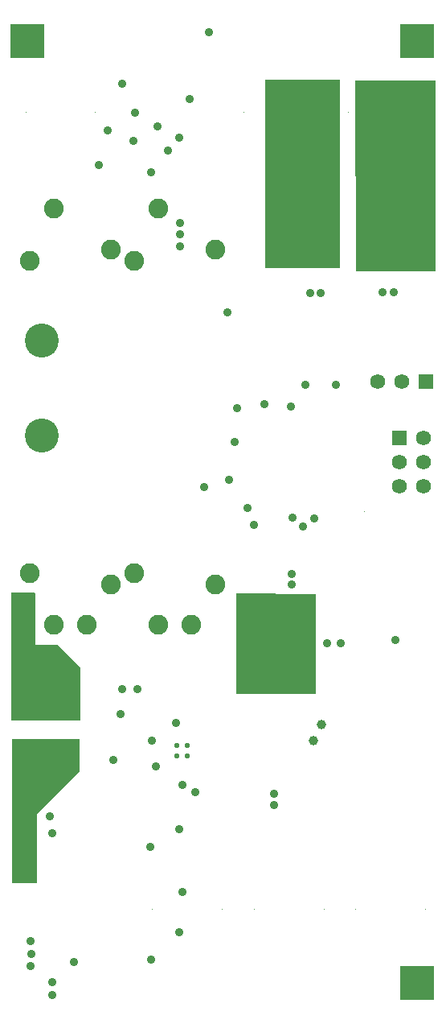
<source format=gbs>
G04 Layer_Color=16711935*
%FSLAX25Y25*%
%MOIN*%
G70*
G01*
G75*
%ADD113R,0.00315X0.00315*%
%ADD114R,0.14094X0.14094*%
%ADD115R,0.14094X0.14094*%
%ADD116C,0.00315*%
%ADD117R,0.06221X0.06221*%
%ADD118C,0.06221*%
%ADD119R,0.06221X0.06221*%
%ADD120C,0.08189*%
%ADD121C,0.14094*%
%ADD122C,0.14094*%
%ADD123R,0.00315X0.00315*%
%ADD124C,0.03950*%
%ADD125C,0.03465*%
%ADD126C,0.03465*%
%ADD127C,0.02284*%
G36*
X13091Y170965D02*
Y149705D01*
X13189Y149606D01*
X22343D01*
X31693Y140256D01*
Y118504D01*
X2953D01*
X3150Y171260D01*
X12795D01*
X13091Y170965D01*
D02*
G37*
G36*
X31496Y97244D02*
X13780Y79528D01*
Y50984D01*
X13681Y50886D01*
X3445D01*
X3347Y50984D01*
Y110728D01*
X31496D01*
Y97244D01*
D02*
G37*
G36*
X129331Y170768D02*
X129232Y170669D01*
Y129331D01*
X96555D01*
X96457Y129429D01*
Y170866D01*
X129331Y170768D01*
D02*
G37*
G36*
X139370Y306004D02*
X139173Y305807D01*
X108268D01*
Y383366D01*
X108465Y383563D01*
X139370D01*
Y306004D01*
D02*
G37*
G36*
X145965Y383465D02*
X178937D01*
X178895Y383422D01*
Y304429D01*
X145965D01*
X145866Y383563D01*
X145965Y383465D01*
D02*
G37*
D113*
X99854Y370177D02*
D03*
X128673D02*
D03*
X38122D02*
D03*
X9303D02*
D03*
X143161D02*
D03*
X171980D02*
D03*
X174949Y40059D02*
D03*
X146130D02*
D03*
X132921Y40157D02*
D03*
X104102D02*
D03*
X90598D02*
D03*
X61780D02*
D03*
D114*
X171260Y399606D02*
D03*
D115*
X9843D02*
D03*
X171260Y9843D02*
D03*
D116*
X3347Y24508D02*
D03*
X23031D02*
D03*
X140354Y86614D02*
D03*
X166732Y110236D02*
D03*
D117*
X164075Y235433D02*
D03*
D118*
X174075D02*
D03*
X164075Y225433D02*
D03*
X174075D02*
D03*
X164075Y215433D02*
D03*
X174075D02*
D03*
X165000Y258760D02*
D03*
X155000D02*
D03*
D119*
X175000D02*
D03*
D120*
X44291Y313386D02*
D03*
Y174803D02*
D03*
X10827Y308662D02*
D03*
Y179528D02*
D03*
X20669Y330315D02*
D03*
X34449Y157874D02*
D03*
X20669D02*
D03*
X87599Y313386D02*
D03*
Y174803D02*
D03*
X54134Y308662D02*
D03*
Y179528D02*
D03*
X63976Y330315D02*
D03*
X77756Y157874D02*
D03*
X63976D02*
D03*
D121*
X15748Y236221D02*
D03*
D122*
Y275591D02*
D03*
D123*
X149606Y204725D02*
D03*
D124*
X131693Y116831D02*
D03*
X128248Y109941D02*
D03*
D125*
X72933Y319783D02*
D03*
Y314862D02*
D03*
Y324508D02*
D03*
X137697Y257382D02*
D03*
X125197D02*
D03*
X125394Y134055D02*
D03*
X117323Y133661D02*
D03*
X109646Y133760D02*
D03*
X124508Y142225D02*
D03*
X117225Y142126D02*
D03*
X109449Y142028D02*
D03*
X102264Y133760D02*
D03*
Y142028D02*
D03*
X124311Y164567D02*
D03*
X117028Y164469D02*
D03*
X109547Y164272D02*
D03*
X102067Y164075D02*
D03*
X124114Y157382D02*
D03*
X117028D02*
D03*
X109744Y156988D02*
D03*
X102264Y156693D02*
D03*
X123819Y150099D02*
D03*
X117028Y150000D02*
D03*
X109449Y149803D02*
D03*
X102264D02*
D03*
X162500Y326575D02*
D03*
X153445Y326870D02*
D03*
X162008Y318406D02*
D03*
X153740Y318701D02*
D03*
X162106Y310335D02*
D03*
X153543Y310925D02*
D03*
X61221Y345413D02*
D03*
X124016Y311024D02*
D03*
Y318898D02*
D03*
Y326772D02*
D03*
X131890D02*
D03*
Y318898D02*
D03*
Y311024D02*
D03*
X7874Y94390D02*
D03*
X43012Y362795D02*
D03*
X68209Y354528D02*
D03*
X72638Y359547D02*
D03*
X84941Y403346D02*
D03*
X95768Y233760D02*
D03*
X96654Y247835D02*
D03*
X131496Y295473D02*
D03*
X127165Y295473D02*
D03*
X161614Y295768D02*
D03*
X157185Y295669D02*
D03*
X49016Y381988D02*
D03*
X53642Y358268D02*
D03*
X54528Y369882D02*
D03*
X39469Y348425D02*
D03*
X19980Y4823D02*
D03*
Y10138D02*
D03*
X119488Y174606D02*
D03*
X119291Y179035D02*
D03*
X119144Y248475D02*
D03*
X45276Y101969D02*
D03*
X62992Y99410D02*
D03*
X48228Y120965D02*
D03*
X61417Y109941D02*
D03*
X19094Y78543D02*
D03*
X79331Y88583D02*
D03*
X72835Y73524D02*
D03*
X20079Y71752D02*
D03*
X74016Y91831D02*
D03*
X124213Y198622D02*
D03*
X128839Y202067D02*
D03*
X83169Y214961D02*
D03*
X101083Y206496D02*
D03*
X93406Y218012D02*
D03*
X119587Y202362D02*
D03*
X139764Y150394D02*
D03*
X134055D02*
D03*
X162500Y151575D02*
D03*
X28937Y18209D02*
D03*
X11122Y16535D02*
D03*
X11417Y21752D02*
D03*
X61063Y19331D02*
D03*
X72736Y30709D02*
D03*
X73917Y47343D02*
D03*
X60827Y66043D02*
D03*
X71358Y117520D02*
D03*
X55315Y131201D02*
D03*
X111909Y87894D02*
D03*
Y83465D02*
D03*
X7874Y125984D02*
D03*
X15748D02*
D03*
X23622D02*
D03*
X15748Y133858D02*
D03*
X23622D02*
D03*
Y102362D02*
D03*
Y94488D02*
D03*
X15748D02*
D03*
Y102362D02*
D03*
X7874D02*
D03*
X108169Y249410D02*
D03*
D126*
X77165Y375689D02*
D03*
X92717Y287205D02*
D03*
X63681Y364469D02*
D03*
X103839Y199311D02*
D03*
X11220Y26870D02*
D03*
X49213Y131201D02*
D03*
X7874Y133858D02*
D03*
D127*
X71851Y103543D02*
D03*
Y107874D02*
D03*
X76181Y103543D02*
D03*
Y107874D02*
D03*
M02*

</source>
